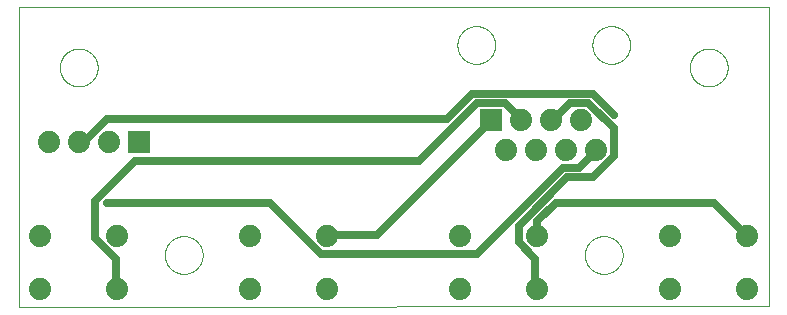
<source format=gbl>
G75*
%MOIN*%
%OFA0B0*%
%FSLAX25Y25*%
%IPPOS*%
%LPD*%
%AMOC8*
5,1,8,0,0,1.08239X$1,22.5*
%
%ADD10C,0.00000*%
%ADD11C,0.07400*%
%ADD12R,0.07400X0.07400*%
%ADD13C,0.02500*%
%ADD14C,0.02700*%
D10*
X0001000Y0001000D02*
X0001000Y0101000D01*
X0251000Y0101000D01*
X0251001Y0001500D01*
X0001000Y0001000D01*
X0049701Y0018500D02*
X0049703Y0018658D01*
X0049709Y0018816D01*
X0049719Y0018974D01*
X0049733Y0019132D01*
X0049751Y0019289D01*
X0049772Y0019446D01*
X0049798Y0019602D01*
X0049828Y0019758D01*
X0049861Y0019913D01*
X0049899Y0020066D01*
X0049940Y0020219D01*
X0049985Y0020371D01*
X0050034Y0020522D01*
X0050087Y0020671D01*
X0050143Y0020819D01*
X0050203Y0020965D01*
X0050267Y0021110D01*
X0050335Y0021253D01*
X0050406Y0021395D01*
X0050480Y0021535D01*
X0050558Y0021672D01*
X0050640Y0021808D01*
X0050724Y0021942D01*
X0050813Y0022073D01*
X0050904Y0022202D01*
X0050999Y0022329D01*
X0051096Y0022454D01*
X0051197Y0022576D01*
X0051301Y0022695D01*
X0051408Y0022812D01*
X0051518Y0022926D01*
X0051631Y0023037D01*
X0051746Y0023146D01*
X0051864Y0023251D01*
X0051985Y0023353D01*
X0052108Y0023453D01*
X0052234Y0023549D01*
X0052362Y0023642D01*
X0052492Y0023732D01*
X0052625Y0023818D01*
X0052760Y0023902D01*
X0052896Y0023981D01*
X0053035Y0024058D01*
X0053176Y0024130D01*
X0053318Y0024200D01*
X0053462Y0024265D01*
X0053608Y0024327D01*
X0053755Y0024385D01*
X0053904Y0024440D01*
X0054054Y0024491D01*
X0054205Y0024538D01*
X0054357Y0024581D01*
X0054510Y0024620D01*
X0054665Y0024656D01*
X0054820Y0024687D01*
X0054976Y0024715D01*
X0055132Y0024739D01*
X0055289Y0024759D01*
X0055447Y0024775D01*
X0055604Y0024787D01*
X0055763Y0024795D01*
X0055921Y0024799D01*
X0056079Y0024799D01*
X0056237Y0024795D01*
X0056396Y0024787D01*
X0056553Y0024775D01*
X0056711Y0024759D01*
X0056868Y0024739D01*
X0057024Y0024715D01*
X0057180Y0024687D01*
X0057335Y0024656D01*
X0057490Y0024620D01*
X0057643Y0024581D01*
X0057795Y0024538D01*
X0057946Y0024491D01*
X0058096Y0024440D01*
X0058245Y0024385D01*
X0058392Y0024327D01*
X0058538Y0024265D01*
X0058682Y0024200D01*
X0058824Y0024130D01*
X0058965Y0024058D01*
X0059104Y0023981D01*
X0059240Y0023902D01*
X0059375Y0023818D01*
X0059508Y0023732D01*
X0059638Y0023642D01*
X0059766Y0023549D01*
X0059892Y0023453D01*
X0060015Y0023353D01*
X0060136Y0023251D01*
X0060254Y0023146D01*
X0060369Y0023037D01*
X0060482Y0022926D01*
X0060592Y0022812D01*
X0060699Y0022695D01*
X0060803Y0022576D01*
X0060904Y0022454D01*
X0061001Y0022329D01*
X0061096Y0022202D01*
X0061187Y0022073D01*
X0061276Y0021942D01*
X0061360Y0021808D01*
X0061442Y0021672D01*
X0061520Y0021535D01*
X0061594Y0021395D01*
X0061665Y0021253D01*
X0061733Y0021110D01*
X0061797Y0020965D01*
X0061857Y0020819D01*
X0061913Y0020671D01*
X0061966Y0020522D01*
X0062015Y0020371D01*
X0062060Y0020219D01*
X0062101Y0020066D01*
X0062139Y0019913D01*
X0062172Y0019758D01*
X0062202Y0019602D01*
X0062228Y0019446D01*
X0062249Y0019289D01*
X0062267Y0019132D01*
X0062281Y0018974D01*
X0062291Y0018816D01*
X0062297Y0018658D01*
X0062299Y0018500D01*
X0062297Y0018342D01*
X0062291Y0018184D01*
X0062281Y0018026D01*
X0062267Y0017868D01*
X0062249Y0017711D01*
X0062228Y0017554D01*
X0062202Y0017398D01*
X0062172Y0017242D01*
X0062139Y0017087D01*
X0062101Y0016934D01*
X0062060Y0016781D01*
X0062015Y0016629D01*
X0061966Y0016478D01*
X0061913Y0016329D01*
X0061857Y0016181D01*
X0061797Y0016035D01*
X0061733Y0015890D01*
X0061665Y0015747D01*
X0061594Y0015605D01*
X0061520Y0015465D01*
X0061442Y0015328D01*
X0061360Y0015192D01*
X0061276Y0015058D01*
X0061187Y0014927D01*
X0061096Y0014798D01*
X0061001Y0014671D01*
X0060904Y0014546D01*
X0060803Y0014424D01*
X0060699Y0014305D01*
X0060592Y0014188D01*
X0060482Y0014074D01*
X0060369Y0013963D01*
X0060254Y0013854D01*
X0060136Y0013749D01*
X0060015Y0013647D01*
X0059892Y0013547D01*
X0059766Y0013451D01*
X0059638Y0013358D01*
X0059508Y0013268D01*
X0059375Y0013182D01*
X0059240Y0013098D01*
X0059104Y0013019D01*
X0058965Y0012942D01*
X0058824Y0012870D01*
X0058682Y0012800D01*
X0058538Y0012735D01*
X0058392Y0012673D01*
X0058245Y0012615D01*
X0058096Y0012560D01*
X0057946Y0012509D01*
X0057795Y0012462D01*
X0057643Y0012419D01*
X0057490Y0012380D01*
X0057335Y0012344D01*
X0057180Y0012313D01*
X0057024Y0012285D01*
X0056868Y0012261D01*
X0056711Y0012241D01*
X0056553Y0012225D01*
X0056396Y0012213D01*
X0056237Y0012205D01*
X0056079Y0012201D01*
X0055921Y0012201D01*
X0055763Y0012205D01*
X0055604Y0012213D01*
X0055447Y0012225D01*
X0055289Y0012241D01*
X0055132Y0012261D01*
X0054976Y0012285D01*
X0054820Y0012313D01*
X0054665Y0012344D01*
X0054510Y0012380D01*
X0054357Y0012419D01*
X0054205Y0012462D01*
X0054054Y0012509D01*
X0053904Y0012560D01*
X0053755Y0012615D01*
X0053608Y0012673D01*
X0053462Y0012735D01*
X0053318Y0012800D01*
X0053176Y0012870D01*
X0053035Y0012942D01*
X0052896Y0013019D01*
X0052760Y0013098D01*
X0052625Y0013182D01*
X0052492Y0013268D01*
X0052362Y0013358D01*
X0052234Y0013451D01*
X0052108Y0013547D01*
X0051985Y0013647D01*
X0051864Y0013749D01*
X0051746Y0013854D01*
X0051631Y0013963D01*
X0051518Y0014074D01*
X0051408Y0014188D01*
X0051301Y0014305D01*
X0051197Y0014424D01*
X0051096Y0014546D01*
X0050999Y0014671D01*
X0050904Y0014798D01*
X0050813Y0014927D01*
X0050724Y0015058D01*
X0050640Y0015192D01*
X0050558Y0015328D01*
X0050480Y0015465D01*
X0050406Y0015605D01*
X0050335Y0015747D01*
X0050267Y0015890D01*
X0050203Y0016035D01*
X0050143Y0016181D01*
X0050087Y0016329D01*
X0050034Y0016478D01*
X0049985Y0016629D01*
X0049940Y0016781D01*
X0049899Y0016934D01*
X0049861Y0017087D01*
X0049828Y0017242D01*
X0049798Y0017398D01*
X0049772Y0017554D01*
X0049751Y0017711D01*
X0049733Y0017868D01*
X0049719Y0018026D01*
X0049709Y0018184D01*
X0049703Y0018342D01*
X0049701Y0018500D01*
X0014701Y0081000D02*
X0014703Y0081158D01*
X0014709Y0081316D01*
X0014719Y0081474D01*
X0014733Y0081632D01*
X0014751Y0081789D01*
X0014772Y0081946D01*
X0014798Y0082102D01*
X0014828Y0082258D01*
X0014861Y0082413D01*
X0014899Y0082566D01*
X0014940Y0082719D01*
X0014985Y0082871D01*
X0015034Y0083022D01*
X0015087Y0083171D01*
X0015143Y0083319D01*
X0015203Y0083465D01*
X0015267Y0083610D01*
X0015335Y0083753D01*
X0015406Y0083895D01*
X0015480Y0084035D01*
X0015558Y0084172D01*
X0015640Y0084308D01*
X0015724Y0084442D01*
X0015813Y0084573D01*
X0015904Y0084702D01*
X0015999Y0084829D01*
X0016096Y0084954D01*
X0016197Y0085076D01*
X0016301Y0085195D01*
X0016408Y0085312D01*
X0016518Y0085426D01*
X0016631Y0085537D01*
X0016746Y0085646D01*
X0016864Y0085751D01*
X0016985Y0085853D01*
X0017108Y0085953D01*
X0017234Y0086049D01*
X0017362Y0086142D01*
X0017492Y0086232D01*
X0017625Y0086318D01*
X0017760Y0086402D01*
X0017896Y0086481D01*
X0018035Y0086558D01*
X0018176Y0086630D01*
X0018318Y0086700D01*
X0018462Y0086765D01*
X0018608Y0086827D01*
X0018755Y0086885D01*
X0018904Y0086940D01*
X0019054Y0086991D01*
X0019205Y0087038D01*
X0019357Y0087081D01*
X0019510Y0087120D01*
X0019665Y0087156D01*
X0019820Y0087187D01*
X0019976Y0087215D01*
X0020132Y0087239D01*
X0020289Y0087259D01*
X0020447Y0087275D01*
X0020604Y0087287D01*
X0020763Y0087295D01*
X0020921Y0087299D01*
X0021079Y0087299D01*
X0021237Y0087295D01*
X0021396Y0087287D01*
X0021553Y0087275D01*
X0021711Y0087259D01*
X0021868Y0087239D01*
X0022024Y0087215D01*
X0022180Y0087187D01*
X0022335Y0087156D01*
X0022490Y0087120D01*
X0022643Y0087081D01*
X0022795Y0087038D01*
X0022946Y0086991D01*
X0023096Y0086940D01*
X0023245Y0086885D01*
X0023392Y0086827D01*
X0023538Y0086765D01*
X0023682Y0086700D01*
X0023824Y0086630D01*
X0023965Y0086558D01*
X0024104Y0086481D01*
X0024240Y0086402D01*
X0024375Y0086318D01*
X0024508Y0086232D01*
X0024638Y0086142D01*
X0024766Y0086049D01*
X0024892Y0085953D01*
X0025015Y0085853D01*
X0025136Y0085751D01*
X0025254Y0085646D01*
X0025369Y0085537D01*
X0025482Y0085426D01*
X0025592Y0085312D01*
X0025699Y0085195D01*
X0025803Y0085076D01*
X0025904Y0084954D01*
X0026001Y0084829D01*
X0026096Y0084702D01*
X0026187Y0084573D01*
X0026276Y0084442D01*
X0026360Y0084308D01*
X0026442Y0084172D01*
X0026520Y0084035D01*
X0026594Y0083895D01*
X0026665Y0083753D01*
X0026733Y0083610D01*
X0026797Y0083465D01*
X0026857Y0083319D01*
X0026913Y0083171D01*
X0026966Y0083022D01*
X0027015Y0082871D01*
X0027060Y0082719D01*
X0027101Y0082566D01*
X0027139Y0082413D01*
X0027172Y0082258D01*
X0027202Y0082102D01*
X0027228Y0081946D01*
X0027249Y0081789D01*
X0027267Y0081632D01*
X0027281Y0081474D01*
X0027291Y0081316D01*
X0027297Y0081158D01*
X0027299Y0081000D01*
X0027297Y0080842D01*
X0027291Y0080684D01*
X0027281Y0080526D01*
X0027267Y0080368D01*
X0027249Y0080211D01*
X0027228Y0080054D01*
X0027202Y0079898D01*
X0027172Y0079742D01*
X0027139Y0079587D01*
X0027101Y0079434D01*
X0027060Y0079281D01*
X0027015Y0079129D01*
X0026966Y0078978D01*
X0026913Y0078829D01*
X0026857Y0078681D01*
X0026797Y0078535D01*
X0026733Y0078390D01*
X0026665Y0078247D01*
X0026594Y0078105D01*
X0026520Y0077965D01*
X0026442Y0077828D01*
X0026360Y0077692D01*
X0026276Y0077558D01*
X0026187Y0077427D01*
X0026096Y0077298D01*
X0026001Y0077171D01*
X0025904Y0077046D01*
X0025803Y0076924D01*
X0025699Y0076805D01*
X0025592Y0076688D01*
X0025482Y0076574D01*
X0025369Y0076463D01*
X0025254Y0076354D01*
X0025136Y0076249D01*
X0025015Y0076147D01*
X0024892Y0076047D01*
X0024766Y0075951D01*
X0024638Y0075858D01*
X0024508Y0075768D01*
X0024375Y0075682D01*
X0024240Y0075598D01*
X0024104Y0075519D01*
X0023965Y0075442D01*
X0023824Y0075370D01*
X0023682Y0075300D01*
X0023538Y0075235D01*
X0023392Y0075173D01*
X0023245Y0075115D01*
X0023096Y0075060D01*
X0022946Y0075009D01*
X0022795Y0074962D01*
X0022643Y0074919D01*
X0022490Y0074880D01*
X0022335Y0074844D01*
X0022180Y0074813D01*
X0022024Y0074785D01*
X0021868Y0074761D01*
X0021711Y0074741D01*
X0021553Y0074725D01*
X0021396Y0074713D01*
X0021237Y0074705D01*
X0021079Y0074701D01*
X0020921Y0074701D01*
X0020763Y0074705D01*
X0020604Y0074713D01*
X0020447Y0074725D01*
X0020289Y0074741D01*
X0020132Y0074761D01*
X0019976Y0074785D01*
X0019820Y0074813D01*
X0019665Y0074844D01*
X0019510Y0074880D01*
X0019357Y0074919D01*
X0019205Y0074962D01*
X0019054Y0075009D01*
X0018904Y0075060D01*
X0018755Y0075115D01*
X0018608Y0075173D01*
X0018462Y0075235D01*
X0018318Y0075300D01*
X0018176Y0075370D01*
X0018035Y0075442D01*
X0017896Y0075519D01*
X0017760Y0075598D01*
X0017625Y0075682D01*
X0017492Y0075768D01*
X0017362Y0075858D01*
X0017234Y0075951D01*
X0017108Y0076047D01*
X0016985Y0076147D01*
X0016864Y0076249D01*
X0016746Y0076354D01*
X0016631Y0076463D01*
X0016518Y0076574D01*
X0016408Y0076688D01*
X0016301Y0076805D01*
X0016197Y0076924D01*
X0016096Y0077046D01*
X0015999Y0077171D01*
X0015904Y0077298D01*
X0015813Y0077427D01*
X0015724Y0077558D01*
X0015640Y0077692D01*
X0015558Y0077828D01*
X0015480Y0077965D01*
X0015406Y0078105D01*
X0015335Y0078247D01*
X0015267Y0078390D01*
X0015203Y0078535D01*
X0015143Y0078681D01*
X0015087Y0078829D01*
X0015034Y0078978D01*
X0014985Y0079129D01*
X0014940Y0079281D01*
X0014899Y0079434D01*
X0014861Y0079587D01*
X0014828Y0079742D01*
X0014798Y0079898D01*
X0014772Y0080054D01*
X0014751Y0080211D01*
X0014733Y0080368D01*
X0014719Y0080526D01*
X0014709Y0080684D01*
X0014703Y0080842D01*
X0014701Y0081000D01*
X0147201Y0088500D02*
X0147203Y0088658D01*
X0147209Y0088816D01*
X0147219Y0088974D01*
X0147233Y0089132D01*
X0147251Y0089289D01*
X0147272Y0089446D01*
X0147298Y0089602D01*
X0147328Y0089758D01*
X0147361Y0089913D01*
X0147399Y0090066D01*
X0147440Y0090219D01*
X0147485Y0090371D01*
X0147534Y0090522D01*
X0147587Y0090671D01*
X0147643Y0090819D01*
X0147703Y0090965D01*
X0147767Y0091110D01*
X0147835Y0091253D01*
X0147906Y0091395D01*
X0147980Y0091535D01*
X0148058Y0091672D01*
X0148140Y0091808D01*
X0148224Y0091942D01*
X0148313Y0092073D01*
X0148404Y0092202D01*
X0148499Y0092329D01*
X0148596Y0092454D01*
X0148697Y0092576D01*
X0148801Y0092695D01*
X0148908Y0092812D01*
X0149018Y0092926D01*
X0149131Y0093037D01*
X0149246Y0093146D01*
X0149364Y0093251D01*
X0149485Y0093353D01*
X0149608Y0093453D01*
X0149734Y0093549D01*
X0149862Y0093642D01*
X0149992Y0093732D01*
X0150125Y0093818D01*
X0150260Y0093902D01*
X0150396Y0093981D01*
X0150535Y0094058D01*
X0150676Y0094130D01*
X0150818Y0094200D01*
X0150962Y0094265D01*
X0151108Y0094327D01*
X0151255Y0094385D01*
X0151404Y0094440D01*
X0151554Y0094491D01*
X0151705Y0094538D01*
X0151857Y0094581D01*
X0152010Y0094620D01*
X0152165Y0094656D01*
X0152320Y0094687D01*
X0152476Y0094715D01*
X0152632Y0094739D01*
X0152789Y0094759D01*
X0152947Y0094775D01*
X0153104Y0094787D01*
X0153263Y0094795D01*
X0153421Y0094799D01*
X0153579Y0094799D01*
X0153737Y0094795D01*
X0153896Y0094787D01*
X0154053Y0094775D01*
X0154211Y0094759D01*
X0154368Y0094739D01*
X0154524Y0094715D01*
X0154680Y0094687D01*
X0154835Y0094656D01*
X0154990Y0094620D01*
X0155143Y0094581D01*
X0155295Y0094538D01*
X0155446Y0094491D01*
X0155596Y0094440D01*
X0155745Y0094385D01*
X0155892Y0094327D01*
X0156038Y0094265D01*
X0156182Y0094200D01*
X0156324Y0094130D01*
X0156465Y0094058D01*
X0156604Y0093981D01*
X0156740Y0093902D01*
X0156875Y0093818D01*
X0157008Y0093732D01*
X0157138Y0093642D01*
X0157266Y0093549D01*
X0157392Y0093453D01*
X0157515Y0093353D01*
X0157636Y0093251D01*
X0157754Y0093146D01*
X0157869Y0093037D01*
X0157982Y0092926D01*
X0158092Y0092812D01*
X0158199Y0092695D01*
X0158303Y0092576D01*
X0158404Y0092454D01*
X0158501Y0092329D01*
X0158596Y0092202D01*
X0158687Y0092073D01*
X0158776Y0091942D01*
X0158860Y0091808D01*
X0158942Y0091672D01*
X0159020Y0091535D01*
X0159094Y0091395D01*
X0159165Y0091253D01*
X0159233Y0091110D01*
X0159297Y0090965D01*
X0159357Y0090819D01*
X0159413Y0090671D01*
X0159466Y0090522D01*
X0159515Y0090371D01*
X0159560Y0090219D01*
X0159601Y0090066D01*
X0159639Y0089913D01*
X0159672Y0089758D01*
X0159702Y0089602D01*
X0159728Y0089446D01*
X0159749Y0089289D01*
X0159767Y0089132D01*
X0159781Y0088974D01*
X0159791Y0088816D01*
X0159797Y0088658D01*
X0159799Y0088500D01*
X0159797Y0088342D01*
X0159791Y0088184D01*
X0159781Y0088026D01*
X0159767Y0087868D01*
X0159749Y0087711D01*
X0159728Y0087554D01*
X0159702Y0087398D01*
X0159672Y0087242D01*
X0159639Y0087087D01*
X0159601Y0086934D01*
X0159560Y0086781D01*
X0159515Y0086629D01*
X0159466Y0086478D01*
X0159413Y0086329D01*
X0159357Y0086181D01*
X0159297Y0086035D01*
X0159233Y0085890D01*
X0159165Y0085747D01*
X0159094Y0085605D01*
X0159020Y0085465D01*
X0158942Y0085328D01*
X0158860Y0085192D01*
X0158776Y0085058D01*
X0158687Y0084927D01*
X0158596Y0084798D01*
X0158501Y0084671D01*
X0158404Y0084546D01*
X0158303Y0084424D01*
X0158199Y0084305D01*
X0158092Y0084188D01*
X0157982Y0084074D01*
X0157869Y0083963D01*
X0157754Y0083854D01*
X0157636Y0083749D01*
X0157515Y0083647D01*
X0157392Y0083547D01*
X0157266Y0083451D01*
X0157138Y0083358D01*
X0157008Y0083268D01*
X0156875Y0083182D01*
X0156740Y0083098D01*
X0156604Y0083019D01*
X0156465Y0082942D01*
X0156324Y0082870D01*
X0156182Y0082800D01*
X0156038Y0082735D01*
X0155892Y0082673D01*
X0155745Y0082615D01*
X0155596Y0082560D01*
X0155446Y0082509D01*
X0155295Y0082462D01*
X0155143Y0082419D01*
X0154990Y0082380D01*
X0154835Y0082344D01*
X0154680Y0082313D01*
X0154524Y0082285D01*
X0154368Y0082261D01*
X0154211Y0082241D01*
X0154053Y0082225D01*
X0153896Y0082213D01*
X0153737Y0082205D01*
X0153579Y0082201D01*
X0153421Y0082201D01*
X0153263Y0082205D01*
X0153104Y0082213D01*
X0152947Y0082225D01*
X0152789Y0082241D01*
X0152632Y0082261D01*
X0152476Y0082285D01*
X0152320Y0082313D01*
X0152165Y0082344D01*
X0152010Y0082380D01*
X0151857Y0082419D01*
X0151705Y0082462D01*
X0151554Y0082509D01*
X0151404Y0082560D01*
X0151255Y0082615D01*
X0151108Y0082673D01*
X0150962Y0082735D01*
X0150818Y0082800D01*
X0150676Y0082870D01*
X0150535Y0082942D01*
X0150396Y0083019D01*
X0150260Y0083098D01*
X0150125Y0083182D01*
X0149992Y0083268D01*
X0149862Y0083358D01*
X0149734Y0083451D01*
X0149608Y0083547D01*
X0149485Y0083647D01*
X0149364Y0083749D01*
X0149246Y0083854D01*
X0149131Y0083963D01*
X0149018Y0084074D01*
X0148908Y0084188D01*
X0148801Y0084305D01*
X0148697Y0084424D01*
X0148596Y0084546D01*
X0148499Y0084671D01*
X0148404Y0084798D01*
X0148313Y0084927D01*
X0148224Y0085058D01*
X0148140Y0085192D01*
X0148058Y0085328D01*
X0147980Y0085465D01*
X0147906Y0085605D01*
X0147835Y0085747D01*
X0147767Y0085890D01*
X0147703Y0086035D01*
X0147643Y0086181D01*
X0147587Y0086329D01*
X0147534Y0086478D01*
X0147485Y0086629D01*
X0147440Y0086781D01*
X0147399Y0086934D01*
X0147361Y0087087D01*
X0147328Y0087242D01*
X0147298Y0087398D01*
X0147272Y0087554D01*
X0147251Y0087711D01*
X0147233Y0087868D01*
X0147219Y0088026D01*
X0147209Y0088184D01*
X0147203Y0088342D01*
X0147201Y0088500D01*
X0192201Y0088500D02*
X0192203Y0088658D01*
X0192209Y0088816D01*
X0192219Y0088974D01*
X0192233Y0089132D01*
X0192251Y0089289D01*
X0192272Y0089446D01*
X0192298Y0089602D01*
X0192328Y0089758D01*
X0192361Y0089913D01*
X0192399Y0090066D01*
X0192440Y0090219D01*
X0192485Y0090371D01*
X0192534Y0090522D01*
X0192587Y0090671D01*
X0192643Y0090819D01*
X0192703Y0090965D01*
X0192767Y0091110D01*
X0192835Y0091253D01*
X0192906Y0091395D01*
X0192980Y0091535D01*
X0193058Y0091672D01*
X0193140Y0091808D01*
X0193224Y0091942D01*
X0193313Y0092073D01*
X0193404Y0092202D01*
X0193499Y0092329D01*
X0193596Y0092454D01*
X0193697Y0092576D01*
X0193801Y0092695D01*
X0193908Y0092812D01*
X0194018Y0092926D01*
X0194131Y0093037D01*
X0194246Y0093146D01*
X0194364Y0093251D01*
X0194485Y0093353D01*
X0194608Y0093453D01*
X0194734Y0093549D01*
X0194862Y0093642D01*
X0194992Y0093732D01*
X0195125Y0093818D01*
X0195260Y0093902D01*
X0195396Y0093981D01*
X0195535Y0094058D01*
X0195676Y0094130D01*
X0195818Y0094200D01*
X0195962Y0094265D01*
X0196108Y0094327D01*
X0196255Y0094385D01*
X0196404Y0094440D01*
X0196554Y0094491D01*
X0196705Y0094538D01*
X0196857Y0094581D01*
X0197010Y0094620D01*
X0197165Y0094656D01*
X0197320Y0094687D01*
X0197476Y0094715D01*
X0197632Y0094739D01*
X0197789Y0094759D01*
X0197947Y0094775D01*
X0198104Y0094787D01*
X0198263Y0094795D01*
X0198421Y0094799D01*
X0198579Y0094799D01*
X0198737Y0094795D01*
X0198896Y0094787D01*
X0199053Y0094775D01*
X0199211Y0094759D01*
X0199368Y0094739D01*
X0199524Y0094715D01*
X0199680Y0094687D01*
X0199835Y0094656D01*
X0199990Y0094620D01*
X0200143Y0094581D01*
X0200295Y0094538D01*
X0200446Y0094491D01*
X0200596Y0094440D01*
X0200745Y0094385D01*
X0200892Y0094327D01*
X0201038Y0094265D01*
X0201182Y0094200D01*
X0201324Y0094130D01*
X0201465Y0094058D01*
X0201604Y0093981D01*
X0201740Y0093902D01*
X0201875Y0093818D01*
X0202008Y0093732D01*
X0202138Y0093642D01*
X0202266Y0093549D01*
X0202392Y0093453D01*
X0202515Y0093353D01*
X0202636Y0093251D01*
X0202754Y0093146D01*
X0202869Y0093037D01*
X0202982Y0092926D01*
X0203092Y0092812D01*
X0203199Y0092695D01*
X0203303Y0092576D01*
X0203404Y0092454D01*
X0203501Y0092329D01*
X0203596Y0092202D01*
X0203687Y0092073D01*
X0203776Y0091942D01*
X0203860Y0091808D01*
X0203942Y0091672D01*
X0204020Y0091535D01*
X0204094Y0091395D01*
X0204165Y0091253D01*
X0204233Y0091110D01*
X0204297Y0090965D01*
X0204357Y0090819D01*
X0204413Y0090671D01*
X0204466Y0090522D01*
X0204515Y0090371D01*
X0204560Y0090219D01*
X0204601Y0090066D01*
X0204639Y0089913D01*
X0204672Y0089758D01*
X0204702Y0089602D01*
X0204728Y0089446D01*
X0204749Y0089289D01*
X0204767Y0089132D01*
X0204781Y0088974D01*
X0204791Y0088816D01*
X0204797Y0088658D01*
X0204799Y0088500D01*
X0204797Y0088342D01*
X0204791Y0088184D01*
X0204781Y0088026D01*
X0204767Y0087868D01*
X0204749Y0087711D01*
X0204728Y0087554D01*
X0204702Y0087398D01*
X0204672Y0087242D01*
X0204639Y0087087D01*
X0204601Y0086934D01*
X0204560Y0086781D01*
X0204515Y0086629D01*
X0204466Y0086478D01*
X0204413Y0086329D01*
X0204357Y0086181D01*
X0204297Y0086035D01*
X0204233Y0085890D01*
X0204165Y0085747D01*
X0204094Y0085605D01*
X0204020Y0085465D01*
X0203942Y0085328D01*
X0203860Y0085192D01*
X0203776Y0085058D01*
X0203687Y0084927D01*
X0203596Y0084798D01*
X0203501Y0084671D01*
X0203404Y0084546D01*
X0203303Y0084424D01*
X0203199Y0084305D01*
X0203092Y0084188D01*
X0202982Y0084074D01*
X0202869Y0083963D01*
X0202754Y0083854D01*
X0202636Y0083749D01*
X0202515Y0083647D01*
X0202392Y0083547D01*
X0202266Y0083451D01*
X0202138Y0083358D01*
X0202008Y0083268D01*
X0201875Y0083182D01*
X0201740Y0083098D01*
X0201604Y0083019D01*
X0201465Y0082942D01*
X0201324Y0082870D01*
X0201182Y0082800D01*
X0201038Y0082735D01*
X0200892Y0082673D01*
X0200745Y0082615D01*
X0200596Y0082560D01*
X0200446Y0082509D01*
X0200295Y0082462D01*
X0200143Y0082419D01*
X0199990Y0082380D01*
X0199835Y0082344D01*
X0199680Y0082313D01*
X0199524Y0082285D01*
X0199368Y0082261D01*
X0199211Y0082241D01*
X0199053Y0082225D01*
X0198896Y0082213D01*
X0198737Y0082205D01*
X0198579Y0082201D01*
X0198421Y0082201D01*
X0198263Y0082205D01*
X0198104Y0082213D01*
X0197947Y0082225D01*
X0197789Y0082241D01*
X0197632Y0082261D01*
X0197476Y0082285D01*
X0197320Y0082313D01*
X0197165Y0082344D01*
X0197010Y0082380D01*
X0196857Y0082419D01*
X0196705Y0082462D01*
X0196554Y0082509D01*
X0196404Y0082560D01*
X0196255Y0082615D01*
X0196108Y0082673D01*
X0195962Y0082735D01*
X0195818Y0082800D01*
X0195676Y0082870D01*
X0195535Y0082942D01*
X0195396Y0083019D01*
X0195260Y0083098D01*
X0195125Y0083182D01*
X0194992Y0083268D01*
X0194862Y0083358D01*
X0194734Y0083451D01*
X0194608Y0083547D01*
X0194485Y0083647D01*
X0194364Y0083749D01*
X0194246Y0083854D01*
X0194131Y0083963D01*
X0194018Y0084074D01*
X0193908Y0084188D01*
X0193801Y0084305D01*
X0193697Y0084424D01*
X0193596Y0084546D01*
X0193499Y0084671D01*
X0193404Y0084798D01*
X0193313Y0084927D01*
X0193224Y0085058D01*
X0193140Y0085192D01*
X0193058Y0085328D01*
X0192980Y0085465D01*
X0192906Y0085605D01*
X0192835Y0085747D01*
X0192767Y0085890D01*
X0192703Y0086035D01*
X0192643Y0086181D01*
X0192587Y0086329D01*
X0192534Y0086478D01*
X0192485Y0086629D01*
X0192440Y0086781D01*
X0192399Y0086934D01*
X0192361Y0087087D01*
X0192328Y0087242D01*
X0192298Y0087398D01*
X0192272Y0087554D01*
X0192251Y0087711D01*
X0192233Y0087868D01*
X0192219Y0088026D01*
X0192209Y0088184D01*
X0192203Y0088342D01*
X0192201Y0088500D01*
X0224701Y0081000D02*
X0224703Y0081158D01*
X0224709Y0081316D01*
X0224719Y0081474D01*
X0224733Y0081632D01*
X0224751Y0081789D01*
X0224772Y0081946D01*
X0224798Y0082102D01*
X0224828Y0082258D01*
X0224861Y0082413D01*
X0224899Y0082566D01*
X0224940Y0082719D01*
X0224985Y0082871D01*
X0225034Y0083022D01*
X0225087Y0083171D01*
X0225143Y0083319D01*
X0225203Y0083465D01*
X0225267Y0083610D01*
X0225335Y0083753D01*
X0225406Y0083895D01*
X0225480Y0084035D01*
X0225558Y0084172D01*
X0225640Y0084308D01*
X0225724Y0084442D01*
X0225813Y0084573D01*
X0225904Y0084702D01*
X0225999Y0084829D01*
X0226096Y0084954D01*
X0226197Y0085076D01*
X0226301Y0085195D01*
X0226408Y0085312D01*
X0226518Y0085426D01*
X0226631Y0085537D01*
X0226746Y0085646D01*
X0226864Y0085751D01*
X0226985Y0085853D01*
X0227108Y0085953D01*
X0227234Y0086049D01*
X0227362Y0086142D01*
X0227492Y0086232D01*
X0227625Y0086318D01*
X0227760Y0086402D01*
X0227896Y0086481D01*
X0228035Y0086558D01*
X0228176Y0086630D01*
X0228318Y0086700D01*
X0228462Y0086765D01*
X0228608Y0086827D01*
X0228755Y0086885D01*
X0228904Y0086940D01*
X0229054Y0086991D01*
X0229205Y0087038D01*
X0229357Y0087081D01*
X0229510Y0087120D01*
X0229665Y0087156D01*
X0229820Y0087187D01*
X0229976Y0087215D01*
X0230132Y0087239D01*
X0230289Y0087259D01*
X0230447Y0087275D01*
X0230604Y0087287D01*
X0230763Y0087295D01*
X0230921Y0087299D01*
X0231079Y0087299D01*
X0231237Y0087295D01*
X0231396Y0087287D01*
X0231553Y0087275D01*
X0231711Y0087259D01*
X0231868Y0087239D01*
X0232024Y0087215D01*
X0232180Y0087187D01*
X0232335Y0087156D01*
X0232490Y0087120D01*
X0232643Y0087081D01*
X0232795Y0087038D01*
X0232946Y0086991D01*
X0233096Y0086940D01*
X0233245Y0086885D01*
X0233392Y0086827D01*
X0233538Y0086765D01*
X0233682Y0086700D01*
X0233824Y0086630D01*
X0233965Y0086558D01*
X0234104Y0086481D01*
X0234240Y0086402D01*
X0234375Y0086318D01*
X0234508Y0086232D01*
X0234638Y0086142D01*
X0234766Y0086049D01*
X0234892Y0085953D01*
X0235015Y0085853D01*
X0235136Y0085751D01*
X0235254Y0085646D01*
X0235369Y0085537D01*
X0235482Y0085426D01*
X0235592Y0085312D01*
X0235699Y0085195D01*
X0235803Y0085076D01*
X0235904Y0084954D01*
X0236001Y0084829D01*
X0236096Y0084702D01*
X0236187Y0084573D01*
X0236276Y0084442D01*
X0236360Y0084308D01*
X0236442Y0084172D01*
X0236520Y0084035D01*
X0236594Y0083895D01*
X0236665Y0083753D01*
X0236733Y0083610D01*
X0236797Y0083465D01*
X0236857Y0083319D01*
X0236913Y0083171D01*
X0236966Y0083022D01*
X0237015Y0082871D01*
X0237060Y0082719D01*
X0237101Y0082566D01*
X0237139Y0082413D01*
X0237172Y0082258D01*
X0237202Y0082102D01*
X0237228Y0081946D01*
X0237249Y0081789D01*
X0237267Y0081632D01*
X0237281Y0081474D01*
X0237291Y0081316D01*
X0237297Y0081158D01*
X0237299Y0081000D01*
X0237297Y0080842D01*
X0237291Y0080684D01*
X0237281Y0080526D01*
X0237267Y0080368D01*
X0237249Y0080211D01*
X0237228Y0080054D01*
X0237202Y0079898D01*
X0237172Y0079742D01*
X0237139Y0079587D01*
X0237101Y0079434D01*
X0237060Y0079281D01*
X0237015Y0079129D01*
X0236966Y0078978D01*
X0236913Y0078829D01*
X0236857Y0078681D01*
X0236797Y0078535D01*
X0236733Y0078390D01*
X0236665Y0078247D01*
X0236594Y0078105D01*
X0236520Y0077965D01*
X0236442Y0077828D01*
X0236360Y0077692D01*
X0236276Y0077558D01*
X0236187Y0077427D01*
X0236096Y0077298D01*
X0236001Y0077171D01*
X0235904Y0077046D01*
X0235803Y0076924D01*
X0235699Y0076805D01*
X0235592Y0076688D01*
X0235482Y0076574D01*
X0235369Y0076463D01*
X0235254Y0076354D01*
X0235136Y0076249D01*
X0235015Y0076147D01*
X0234892Y0076047D01*
X0234766Y0075951D01*
X0234638Y0075858D01*
X0234508Y0075768D01*
X0234375Y0075682D01*
X0234240Y0075598D01*
X0234104Y0075519D01*
X0233965Y0075442D01*
X0233824Y0075370D01*
X0233682Y0075300D01*
X0233538Y0075235D01*
X0233392Y0075173D01*
X0233245Y0075115D01*
X0233096Y0075060D01*
X0232946Y0075009D01*
X0232795Y0074962D01*
X0232643Y0074919D01*
X0232490Y0074880D01*
X0232335Y0074844D01*
X0232180Y0074813D01*
X0232024Y0074785D01*
X0231868Y0074761D01*
X0231711Y0074741D01*
X0231553Y0074725D01*
X0231396Y0074713D01*
X0231237Y0074705D01*
X0231079Y0074701D01*
X0230921Y0074701D01*
X0230763Y0074705D01*
X0230604Y0074713D01*
X0230447Y0074725D01*
X0230289Y0074741D01*
X0230132Y0074761D01*
X0229976Y0074785D01*
X0229820Y0074813D01*
X0229665Y0074844D01*
X0229510Y0074880D01*
X0229357Y0074919D01*
X0229205Y0074962D01*
X0229054Y0075009D01*
X0228904Y0075060D01*
X0228755Y0075115D01*
X0228608Y0075173D01*
X0228462Y0075235D01*
X0228318Y0075300D01*
X0228176Y0075370D01*
X0228035Y0075442D01*
X0227896Y0075519D01*
X0227760Y0075598D01*
X0227625Y0075682D01*
X0227492Y0075768D01*
X0227362Y0075858D01*
X0227234Y0075951D01*
X0227108Y0076047D01*
X0226985Y0076147D01*
X0226864Y0076249D01*
X0226746Y0076354D01*
X0226631Y0076463D01*
X0226518Y0076574D01*
X0226408Y0076688D01*
X0226301Y0076805D01*
X0226197Y0076924D01*
X0226096Y0077046D01*
X0225999Y0077171D01*
X0225904Y0077298D01*
X0225813Y0077427D01*
X0225724Y0077558D01*
X0225640Y0077692D01*
X0225558Y0077828D01*
X0225480Y0077965D01*
X0225406Y0078105D01*
X0225335Y0078247D01*
X0225267Y0078390D01*
X0225203Y0078535D01*
X0225143Y0078681D01*
X0225087Y0078829D01*
X0225034Y0078978D01*
X0224985Y0079129D01*
X0224940Y0079281D01*
X0224899Y0079434D01*
X0224861Y0079587D01*
X0224828Y0079742D01*
X0224798Y0079898D01*
X0224772Y0080054D01*
X0224751Y0080211D01*
X0224733Y0080368D01*
X0224719Y0080526D01*
X0224709Y0080684D01*
X0224703Y0080842D01*
X0224701Y0081000D01*
X0189701Y0018500D02*
X0189703Y0018658D01*
X0189709Y0018816D01*
X0189719Y0018974D01*
X0189733Y0019132D01*
X0189751Y0019289D01*
X0189772Y0019446D01*
X0189798Y0019602D01*
X0189828Y0019758D01*
X0189861Y0019913D01*
X0189899Y0020066D01*
X0189940Y0020219D01*
X0189985Y0020371D01*
X0190034Y0020522D01*
X0190087Y0020671D01*
X0190143Y0020819D01*
X0190203Y0020965D01*
X0190267Y0021110D01*
X0190335Y0021253D01*
X0190406Y0021395D01*
X0190480Y0021535D01*
X0190558Y0021672D01*
X0190640Y0021808D01*
X0190724Y0021942D01*
X0190813Y0022073D01*
X0190904Y0022202D01*
X0190999Y0022329D01*
X0191096Y0022454D01*
X0191197Y0022576D01*
X0191301Y0022695D01*
X0191408Y0022812D01*
X0191518Y0022926D01*
X0191631Y0023037D01*
X0191746Y0023146D01*
X0191864Y0023251D01*
X0191985Y0023353D01*
X0192108Y0023453D01*
X0192234Y0023549D01*
X0192362Y0023642D01*
X0192492Y0023732D01*
X0192625Y0023818D01*
X0192760Y0023902D01*
X0192896Y0023981D01*
X0193035Y0024058D01*
X0193176Y0024130D01*
X0193318Y0024200D01*
X0193462Y0024265D01*
X0193608Y0024327D01*
X0193755Y0024385D01*
X0193904Y0024440D01*
X0194054Y0024491D01*
X0194205Y0024538D01*
X0194357Y0024581D01*
X0194510Y0024620D01*
X0194665Y0024656D01*
X0194820Y0024687D01*
X0194976Y0024715D01*
X0195132Y0024739D01*
X0195289Y0024759D01*
X0195447Y0024775D01*
X0195604Y0024787D01*
X0195763Y0024795D01*
X0195921Y0024799D01*
X0196079Y0024799D01*
X0196237Y0024795D01*
X0196396Y0024787D01*
X0196553Y0024775D01*
X0196711Y0024759D01*
X0196868Y0024739D01*
X0197024Y0024715D01*
X0197180Y0024687D01*
X0197335Y0024656D01*
X0197490Y0024620D01*
X0197643Y0024581D01*
X0197795Y0024538D01*
X0197946Y0024491D01*
X0198096Y0024440D01*
X0198245Y0024385D01*
X0198392Y0024327D01*
X0198538Y0024265D01*
X0198682Y0024200D01*
X0198824Y0024130D01*
X0198965Y0024058D01*
X0199104Y0023981D01*
X0199240Y0023902D01*
X0199375Y0023818D01*
X0199508Y0023732D01*
X0199638Y0023642D01*
X0199766Y0023549D01*
X0199892Y0023453D01*
X0200015Y0023353D01*
X0200136Y0023251D01*
X0200254Y0023146D01*
X0200369Y0023037D01*
X0200482Y0022926D01*
X0200592Y0022812D01*
X0200699Y0022695D01*
X0200803Y0022576D01*
X0200904Y0022454D01*
X0201001Y0022329D01*
X0201096Y0022202D01*
X0201187Y0022073D01*
X0201276Y0021942D01*
X0201360Y0021808D01*
X0201442Y0021672D01*
X0201520Y0021535D01*
X0201594Y0021395D01*
X0201665Y0021253D01*
X0201733Y0021110D01*
X0201797Y0020965D01*
X0201857Y0020819D01*
X0201913Y0020671D01*
X0201966Y0020522D01*
X0202015Y0020371D01*
X0202060Y0020219D01*
X0202101Y0020066D01*
X0202139Y0019913D01*
X0202172Y0019758D01*
X0202202Y0019602D01*
X0202228Y0019446D01*
X0202249Y0019289D01*
X0202267Y0019132D01*
X0202281Y0018974D01*
X0202291Y0018816D01*
X0202297Y0018658D01*
X0202299Y0018500D01*
X0202297Y0018342D01*
X0202291Y0018184D01*
X0202281Y0018026D01*
X0202267Y0017868D01*
X0202249Y0017711D01*
X0202228Y0017554D01*
X0202202Y0017398D01*
X0202172Y0017242D01*
X0202139Y0017087D01*
X0202101Y0016934D01*
X0202060Y0016781D01*
X0202015Y0016629D01*
X0201966Y0016478D01*
X0201913Y0016329D01*
X0201857Y0016181D01*
X0201797Y0016035D01*
X0201733Y0015890D01*
X0201665Y0015747D01*
X0201594Y0015605D01*
X0201520Y0015465D01*
X0201442Y0015328D01*
X0201360Y0015192D01*
X0201276Y0015058D01*
X0201187Y0014927D01*
X0201096Y0014798D01*
X0201001Y0014671D01*
X0200904Y0014546D01*
X0200803Y0014424D01*
X0200699Y0014305D01*
X0200592Y0014188D01*
X0200482Y0014074D01*
X0200369Y0013963D01*
X0200254Y0013854D01*
X0200136Y0013749D01*
X0200015Y0013647D01*
X0199892Y0013547D01*
X0199766Y0013451D01*
X0199638Y0013358D01*
X0199508Y0013268D01*
X0199375Y0013182D01*
X0199240Y0013098D01*
X0199104Y0013019D01*
X0198965Y0012942D01*
X0198824Y0012870D01*
X0198682Y0012800D01*
X0198538Y0012735D01*
X0198392Y0012673D01*
X0198245Y0012615D01*
X0198096Y0012560D01*
X0197946Y0012509D01*
X0197795Y0012462D01*
X0197643Y0012419D01*
X0197490Y0012380D01*
X0197335Y0012344D01*
X0197180Y0012313D01*
X0197024Y0012285D01*
X0196868Y0012261D01*
X0196711Y0012241D01*
X0196553Y0012225D01*
X0196396Y0012213D01*
X0196237Y0012205D01*
X0196079Y0012201D01*
X0195921Y0012201D01*
X0195763Y0012205D01*
X0195604Y0012213D01*
X0195447Y0012225D01*
X0195289Y0012241D01*
X0195132Y0012261D01*
X0194976Y0012285D01*
X0194820Y0012313D01*
X0194665Y0012344D01*
X0194510Y0012380D01*
X0194357Y0012419D01*
X0194205Y0012462D01*
X0194054Y0012509D01*
X0193904Y0012560D01*
X0193755Y0012615D01*
X0193608Y0012673D01*
X0193462Y0012735D01*
X0193318Y0012800D01*
X0193176Y0012870D01*
X0193035Y0012942D01*
X0192896Y0013019D01*
X0192760Y0013098D01*
X0192625Y0013182D01*
X0192492Y0013268D01*
X0192362Y0013358D01*
X0192234Y0013451D01*
X0192108Y0013547D01*
X0191985Y0013647D01*
X0191864Y0013749D01*
X0191746Y0013854D01*
X0191631Y0013963D01*
X0191518Y0014074D01*
X0191408Y0014188D01*
X0191301Y0014305D01*
X0191197Y0014424D01*
X0191096Y0014546D01*
X0190999Y0014671D01*
X0190904Y0014798D01*
X0190813Y0014927D01*
X0190724Y0015058D01*
X0190640Y0015192D01*
X0190558Y0015328D01*
X0190480Y0015465D01*
X0190406Y0015605D01*
X0190335Y0015747D01*
X0190267Y0015890D01*
X0190203Y0016035D01*
X0190143Y0016181D01*
X0190087Y0016329D01*
X0190034Y0016478D01*
X0189985Y0016629D01*
X0189940Y0016781D01*
X0189899Y0016934D01*
X0189861Y0017087D01*
X0189828Y0017242D01*
X0189798Y0017398D01*
X0189772Y0017554D01*
X0189751Y0017711D01*
X0189733Y0017868D01*
X0189719Y0018026D01*
X0189709Y0018184D01*
X0189703Y0018342D01*
X0189701Y0018500D01*
D11*
X0173800Y0024900D03*
X0148200Y0024900D03*
X0148200Y0007100D03*
X0173800Y0007100D03*
X0218200Y0007100D03*
X0243800Y0007100D03*
X0243800Y0024900D03*
X0218200Y0024900D03*
X0193500Y0053500D03*
X0183500Y0053500D03*
X0173500Y0053500D03*
X0163500Y0053500D03*
X0168500Y0063500D03*
X0178500Y0063500D03*
X0188500Y0063500D03*
X0103800Y0024900D03*
X0078200Y0024900D03*
X0078200Y0007100D03*
X0103800Y0007100D03*
X0033800Y0007100D03*
X0008200Y0007100D03*
X0008200Y0024900D03*
X0033800Y0024900D03*
X0031000Y0056000D03*
X0021000Y0056000D03*
X0011000Y0056000D03*
D12*
X0041000Y0056000D03*
X0158500Y0063500D03*
D13*
X0158325Y0063000D01*
X0120350Y0025025D01*
X0104075Y0025025D01*
X0103800Y0024900D01*
X0101750Y0018825D02*
X0153675Y0018825D01*
X0182350Y0047500D01*
X0187775Y0047500D01*
X0193200Y0052925D01*
X0193500Y0053500D01*
X0199400Y0051375D02*
X0199400Y0060675D01*
X0190875Y0069200D01*
X0184675Y0069200D01*
X0179250Y0063775D01*
X0178500Y0063500D01*
X0168500Y0063500D02*
X0168400Y0063775D01*
X0162975Y0069200D01*
X0153675Y0069200D01*
X0134300Y0049825D01*
X0039750Y0049825D01*
X0026575Y0036650D01*
X0026575Y0024250D01*
X0033550Y0017275D01*
X0033550Y0007200D01*
X0033800Y0007100D01*
X0030450Y0035875D02*
X0084700Y0035875D01*
X0101750Y0018825D01*
X0167625Y0022700D02*
X0167625Y0028125D01*
X0183900Y0044400D01*
X0192425Y0044400D01*
X0199400Y0051375D01*
X0199400Y0065325D02*
X0192425Y0072300D01*
X0152125Y0072300D01*
X0143600Y0063775D01*
X0030450Y0063775D01*
X0022700Y0056025D01*
X0021150Y0056025D01*
X0021000Y0056000D01*
X0167625Y0022700D02*
X0173050Y0017275D01*
X0173050Y0007200D01*
X0173800Y0007100D01*
X0173800Y0024900D02*
X0173825Y0025025D01*
X0173825Y0029675D01*
X0180025Y0035875D01*
X0232725Y0035875D01*
X0243575Y0025025D01*
X0243800Y0024900D01*
D14*
X0199400Y0065325D03*
X0030450Y0035875D03*
M02*

</source>
